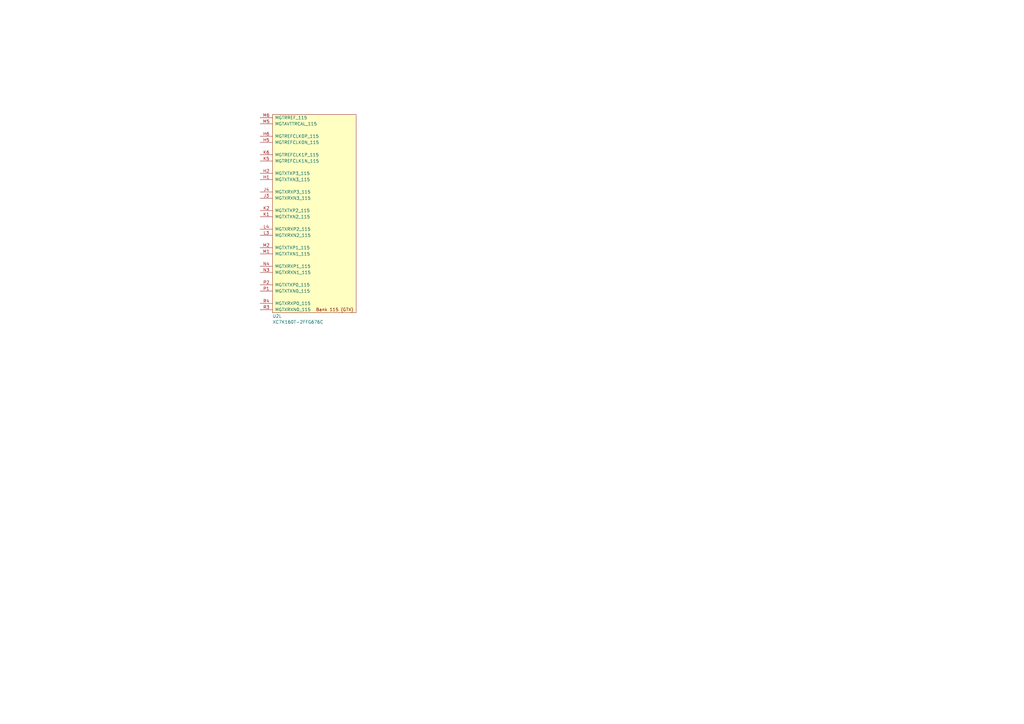
<source format=kicad_sch>
(kicad_sch (version 20231120) (generator "eeschema") (generator_version "8.0")
  (paper "A3")
  (title_block (title "AYRTON Main Board") (date "2024-11-21") (rev "0.1") (company "Antikernel Labs") (comment 1 "Andrew D. Zonenberg"))
  (symbol (lib_id "xilinx-azonenberg:XC7KxT-FFG676") (at 111.76 128.27 0) (unit 12)
    (property "Reference" "U2" (at 111.76 129.6557 0) (effects (justify left)))
    (property "Value" "XC7K160T-2FFG676C" (at 111.76 132.08 0) (effects (justify left)))
  )
)
</source>
